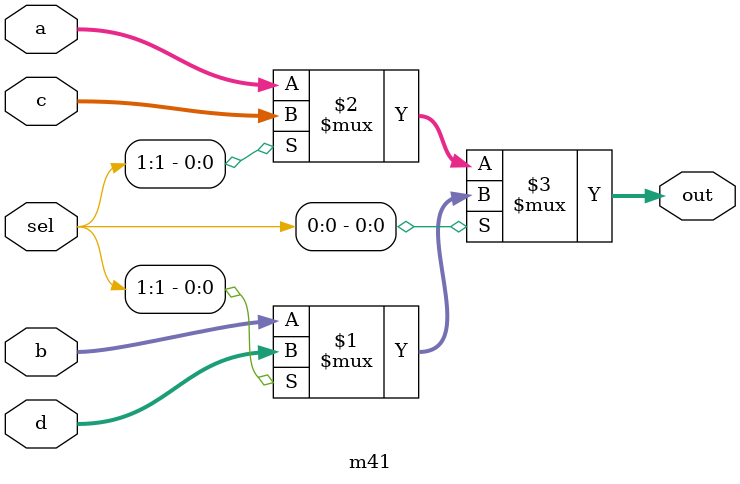
<source format=v>
module ALU(rsvalue,in_multi,addsub,LogicFn,FnClass,out,ALUOvfl,zeroflag);
//parameter k=32;

input [31:0] rsvalue,in_multi;
input addsub;    // 0: add,sub  1,2: logic    3,4: multi
input [1:0] LogicFn;
input [1:0] FnClass;

output [31:0]out;
output ALUOvfl;
output zeroflag;

wire [31:0] y;
wire [31:0]msb;
wire [31:0]logicout;       //output of the logic block
wire [31:0]arithout;       //output of the arithmetic block
wire [31:0]shifted;

genvar i;

generate for (i=0;i<32;i=i+1)
begin: as_loop

xor(y[i],addsub,in_multi[i]);

end
endgenerate

assign arithout=rsvalue+y+addsub;  //3rd input to the multiplexer

//overflow flag
assign ALUOvfl=(rsvalue[31] & y[31] & ~out[31]) | (~rsvalue[31] & ~y[31] & out[31]);

//zero flag
nor (zeroflag,out[0],out[1],out[2],out[3],out[4],out[5],out[6],out[7],out[8],out[9],out[10],out[11],out[12],out[13],out[14],out[15],out[16],out[17],out[18],out[19],out[0],out[20],out[21],out[22],out[23],out[24],out[25],out[26],out[27],out[28],out[29],out[30],out[31]);

assign msb={31'b0,out[31]};       // second input to the multiplexer

//logic block
assign logicout=(LogicFn==2'b00)? (rsvalue & in_multi):(32'dz);
assign logicout=(LogicFn==2'b01)? (rsvalue | in_multi):(32'dz);
assign logicout=(LogicFn==2'b10)? (rsvalue ^ in_multi):(32'dz);
assign logicout=(LogicFn==2'b11)? ~(rsvalue | in_multi):(32'dz);


//selecting output line
m41 multi3(shifted,msb,arithout,logicout,FnClass,out);     


endmodule


//multiplexer module
module m41 ( input [31:0]a, 
input [31:0]b, 
input [31:0]c, 
input [31:0]d, 
input [1:0]sel,
output [31:0]out); 

 assign out = sel[0] ? (sel[1] ? d : b) : (sel[1] ? c : a); 

endmodule


</source>
